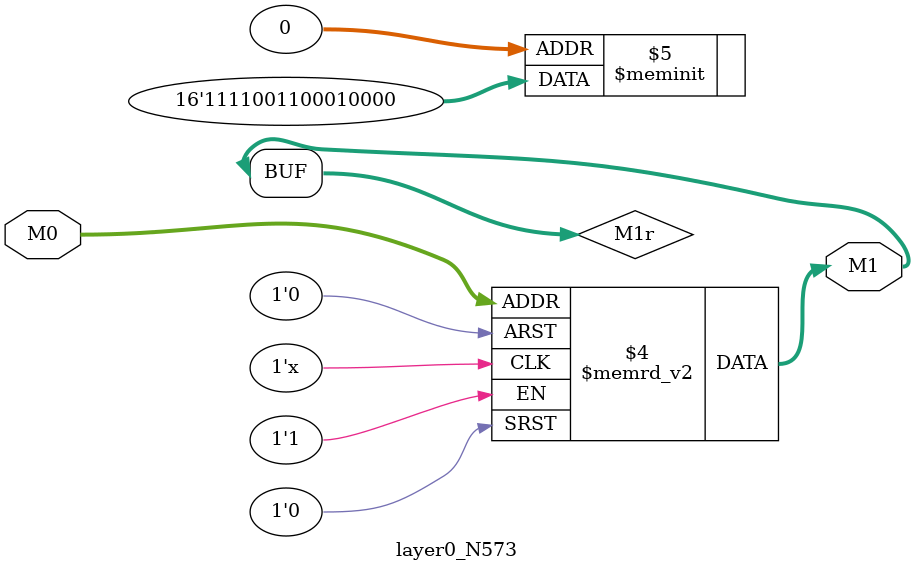
<source format=v>
module layer0_N573 ( input [2:0] M0, output [1:0] M1 );

	(*rom_style = "distributed" *) reg [1:0] M1r;
	assign M1 = M1r;
	always @ (M0) begin
		case (M0)
			3'b000: M1r = 2'b00;
			3'b100: M1r = 2'b11;
			3'b010: M1r = 2'b01;
			3'b110: M1r = 2'b11;
			3'b001: M1r = 2'b00;
			3'b101: M1r = 2'b00;
			3'b011: M1r = 2'b00;
			3'b111: M1r = 2'b11;

		endcase
	end
endmodule

</source>
